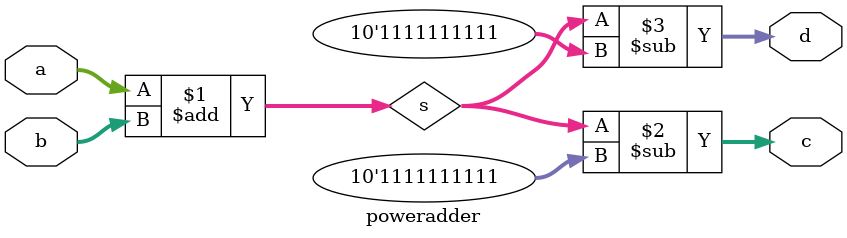
<source format=v>
module poweradder(
input [10:0]a,
input [10:0]b,
output [10:0]c,
output [10:0]d
);
wire [10:0]s;
assign s = a+b;
assign c = s-10'b1111111111; // subtracting the bias value, i.e. 127
assign d = s-10'b1111111111; // subtracting the bias value, i.e. 127
endmodule

</source>
